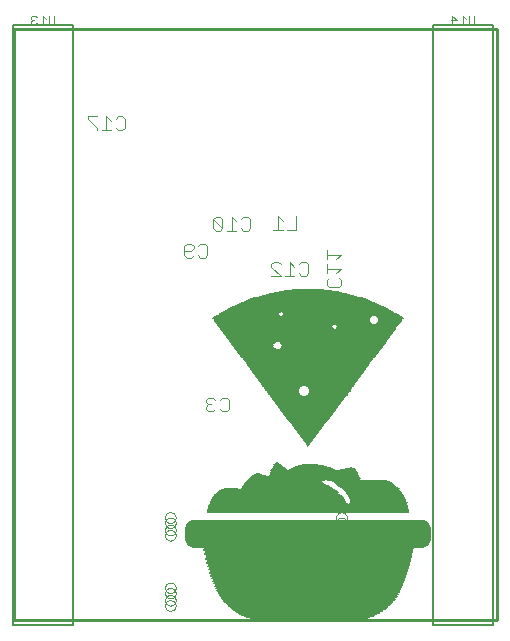
<source format=gbo>
G75*
%MOIN*%
%OFA0B0*%
%FSLAX24Y24*%
%IPPOS*%
%LPD*%
%AMOC8*
5,1,8,0,0,1.08239X$1,22.5*
%
%ADD10C,0.0100*%
%ADD11C,0.0050*%
%ADD12C,0.0040*%
%ADD13C,0.0000*%
%ADD14R,0.3640X0.0033*%
%ADD15R,0.3935X0.0033*%
%ADD16R,0.4165X0.0033*%
%ADD17R,0.4329X0.0033*%
%ADD18R,0.4493X0.0033*%
%ADD19R,0.4624X0.0033*%
%ADD20R,0.4723X0.0033*%
%ADD21R,0.4821X0.0033*%
%ADD22R,0.4919X0.0033*%
%ADD23R,0.5018X0.0033*%
%ADD24R,0.5116X0.0033*%
%ADD25R,0.5182X0.0033*%
%ADD26R,0.5247X0.0033*%
%ADD27R,0.5346X0.0033*%
%ADD28R,0.5378X0.0033*%
%ADD29R,0.5444X0.0033*%
%ADD30R,0.5510X0.0033*%
%ADD31R,0.5575X0.0033*%
%ADD32R,0.5608X0.0033*%
%ADD33R,0.5674X0.0033*%
%ADD34R,0.5706X0.0033*%
%ADD35R,0.5772X0.0033*%
%ADD36R,0.5805X0.0033*%
%ADD37R,0.5838X0.0033*%
%ADD38R,0.5903X0.0033*%
%ADD39R,0.5936X0.0033*%
%ADD40R,0.5969X0.0033*%
%ADD41R,0.6001X0.0033*%
%ADD42R,0.6034X0.0033*%
%ADD43R,0.6100X0.0033*%
%ADD44R,0.6133X0.0033*%
%ADD45R,0.6166X0.0033*%
%ADD46R,0.6198X0.0033*%
%ADD47R,0.6231X0.0033*%
%ADD48R,0.6264X0.0033*%
%ADD49R,0.6297X0.0033*%
%ADD50R,0.6329X0.0033*%
%ADD51R,0.6362X0.0033*%
%ADD52R,0.6395X0.0033*%
%ADD53R,0.6428X0.0033*%
%ADD54R,0.6461X0.0033*%
%ADD55R,0.6494X0.0033*%
%ADD56R,0.6526X0.0033*%
%ADD57R,0.6559X0.0033*%
%ADD58R,0.6592X0.0033*%
%ADD59R,0.6625X0.0033*%
%ADD60R,0.6657X0.0033*%
%ADD61R,0.6690X0.0033*%
%ADD62R,0.6723X0.0033*%
%ADD63R,0.6756X0.0033*%
%ADD64R,0.6789X0.0033*%
%ADD65R,0.6821X0.0033*%
%ADD66R,0.6854X0.0033*%
%ADD67R,0.6887X0.0033*%
%ADD68R,0.6920X0.0033*%
%ADD69R,0.6953X0.0033*%
%ADD70R,0.6985X0.0033*%
%ADD71R,0.7018X0.0033*%
%ADD72R,0.7707X0.0033*%
%ADD73R,0.7871X0.0033*%
%ADD74R,0.7969X0.0033*%
%ADD75R,0.8068X0.0033*%
%ADD76R,0.8133X0.0033*%
%ADD77R,0.8166X0.0033*%
%ADD78R,0.8199X0.0033*%
%ADD79R,0.8100X0.0033*%
%ADD80R,0.8002X0.0033*%
%ADD81R,0.7904X0.0033*%
%ADD82R,0.7772X0.0033*%
%ADD83R,0.6625X0.0033*%
%ADD84R,0.1935X0.0033*%
%ADD85R,0.1902X0.0033*%
%ADD86R,0.4559X0.0033*%
%ADD87R,0.1869X0.0033*%
%ADD88R,0.1837X0.0033*%
%ADD89R,0.4460X0.0033*%
%ADD90R,0.1869X0.0033*%
%ADD91R,0.4427X0.0033*%
%ADD92R,0.4395X0.0033*%
%ADD93R,0.1869X0.0033*%
%ADD94R,0.4329X0.0033*%
%ADD95R,0.1837X0.0033*%
%ADD96R,0.4263X0.0033*%
%ADD97R,0.4198X0.0033*%
%ADD98R,0.4099X0.0033*%
%ADD99R,0.4034X0.0033*%
%ADD100R,0.3968X0.0033*%
%ADD101R,0.3903X0.0033*%
%ADD102R,0.3771X0.0033*%
%ADD103R,0.1902X0.0033*%
%ADD104R,0.3083X0.0033*%
%ADD105R,0.0459X0.0033*%
%ADD106R,0.1935X0.0033*%
%ADD107R,0.2984X0.0033*%
%ADD108R,0.1935X0.0033*%
%ADD109R,0.2952X0.0033*%
%ADD110R,0.2853X0.0033*%
%ADD111R,0.2755X0.0033*%
%ADD112R,0.2689X0.0033*%
%ADD113R,0.2591X0.0033*%
%ADD114R,0.2558X0.0033*%
%ADD115R,0.2525X0.0033*%
%ADD116R,0.0623X0.0033*%
%ADD117R,0.1115X0.0033*%
%ADD118R,0.3739X0.0033*%
%ADD119R,0.3706X0.0033*%
%ADD120R,0.3673X0.0033*%
%ADD121R,0.3608X0.0033*%
%ADD122R,0.3017X0.0033*%
%ADD123R,0.0492X0.0033*%
%ADD124R,0.2952X0.0033*%
%ADD125R,0.0295X0.0033*%
%ADD126R,0.0131X0.0033*%
%ADD127R,0.2886X0.0033*%
%ADD128R,0.2853X0.0033*%
%ADD129R,0.0525X0.0033*%
%ADD130R,0.1541X0.0033*%
%ADD131R,0.0525X0.0033*%
%ADD132R,0.0361X0.0033*%
%ADD133R,0.1410X0.0033*%
%ADD134R,0.0066X0.0033*%
%ADD135R,0.1246X0.0033*%
%ADD136R,0.0426X0.0033*%
%ADD137R,0.1049X0.0033*%
%ADD138R,0.0361X0.0033*%
%ADD139R,0.0853X0.0033*%
%ADD140R,0.0262X0.0033*%
%ADD141R,0.0164X0.0033*%
%ADD142R,0.0098X0.0033*%
%ADD143R,0.0033X0.0033*%
%ADD144R,0.0164X0.0033*%
%ADD145R,0.0230X0.0033*%
%ADD146R,0.0295X0.0033*%
%ADD147R,0.0492X0.0033*%
%ADD148R,0.0558X0.0033*%
%ADD149R,0.0623X0.0033*%
%ADD150R,0.0689X0.0033*%
%ADD151R,0.0754X0.0033*%
%ADD152R,0.0820X0.0033*%
%ADD153R,0.0885X0.0033*%
%ADD154R,0.0918X0.0033*%
%ADD155R,0.0951X0.0033*%
%ADD156R,0.1017X0.0033*%
%ADD157R,0.1082X0.0033*%
%ADD158R,0.1148X0.0033*%
%ADD159R,0.1213X0.0033*%
%ADD160R,0.1279X0.0033*%
%ADD161R,0.1345X0.0033*%
%ADD162R,0.1476X0.0033*%
%ADD163R,0.1607X0.0033*%
%ADD164R,0.1673X0.0033*%
%ADD165R,0.1738X0.0033*%
%ADD166R,0.1804X0.0033*%
%ADD167R,0.2000X0.0033*%
%ADD168R,0.2033X0.0033*%
%ADD169R,0.2066X0.0033*%
%ADD170R,0.2132X0.0033*%
%ADD171R,0.2197X0.0033*%
%ADD172R,0.2230X0.0033*%
%ADD173R,0.2263X0.0033*%
%ADD174R,0.2328X0.0033*%
%ADD175R,0.2394X0.0033*%
%ADD176R,0.2427X0.0033*%
%ADD177R,0.2460X0.0033*%
%ADD178R,0.1377X0.0033*%
%ADD179R,0.1312X0.0033*%
%ADD180R,0.1049X0.0033*%
%ADD181R,0.1377X0.0033*%
%ADD182R,0.1082X0.0033*%
%ADD183R,0.1410X0.0033*%
%ADD184R,0.1181X0.0033*%
%ADD185R,0.1213X0.0033*%
%ADD186R,0.1574X0.0033*%
%ADD187R,0.1312X0.0033*%
%ADD188R,0.3050X0.0033*%
%ADD189R,0.3116X0.0033*%
%ADD190R,0.3148X0.0033*%
%ADD191R,0.3181X0.0033*%
%ADD192R,0.3247X0.0033*%
%ADD193R,0.3312X0.0033*%
%ADD194R,0.3345X0.0033*%
%ADD195R,0.3378X0.0033*%
%ADD196R,0.3444X0.0033*%
%ADD197R,0.3509X0.0033*%
%ADD198R,0.3542X0.0033*%
%ADD199R,0.3575X0.0033*%
%ADD200R,0.3837X0.0033*%
%ADD201R,0.3870X0.0033*%
%ADD202R,0.3935X0.0033*%
%ADD203R,0.4034X0.0033*%
%ADD204R,0.4067X0.0033*%
%ADD205R,0.4132X0.0033*%
%ADD206R,0.4231X0.0033*%
%ADD207R,0.4329X0.0033*%
%ADD208R,0.4362X0.0033*%
%ADD209R,0.4526X0.0033*%
%ADD210R,0.4657X0.0033*%
%ADD211R,0.4755X0.0033*%
%ADD212R,0.4854X0.0033*%
%ADD213R,0.3411X0.0033*%
%ADD214R,0.1377X0.0033*%
%ADD215R,0.3378X0.0033*%
%ADD216R,0.1345X0.0033*%
%ADD217R,0.3411X0.0033*%
%ADD218R,0.3444X0.0033*%
%ADD219R,0.1443X0.0033*%
%ADD220R,0.3542X0.0033*%
%ADD221R,0.1509X0.0033*%
%ADD222R,0.5247X0.0033*%
%ADD223R,0.5280X0.0033*%
%ADD224R,0.5378X0.0033*%
%ADD225R,0.5444X0.0033*%
%ADD226R,0.5477X0.0033*%
%ADD227R,0.5542X0.0033*%
%ADD228R,0.5575X0.0033*%
%ADD229R,0.5641X0.0033*%
%ADD230R,0.5739X0.0033*%
%ADD231R,0.5838X0.0033*%
%ADD232R,0.2033X0.0033*%
%ADD233R,0.3771X0.0033*%
%ADD234R,0.2001X0.0033*%
%ADD235R,0.3771X0.0033*%
%ADD236R,0.2033X0.0033*%
%ADD237R,0.3804X0.0033*%
%ADD238R,0.2099X0.0033*%
%ADD239R,0.6067X0.0033*%
%ADD240R,0.0787X0.0033*%
%ADD241R,0.5182X0.0033*%
%ADD242R,0.0787X0.0033*%
%ADD243R,0.5182X0.0033*%
%ADD244R,0.0820X0.0033*%
%ADD245R,0.5214X0.0033*%
%ADD246R,0.5247X0.0033*%
%ADD247R,0.3903X0.0033*%
%ADD248R,0.2132X0.0033*%
%ADD249R,0.3837X0.0033*%
%ADD250R,0.3739X0.0033*%
%ADD251R,0.1968X0.0033*%
%ADD252R,0.5411X0.0033*%
%ADD253R,0.5313X0.0033*%
%ADD254R,0.5050X0.0033*%
%ADD255R,0.4886X0.0033*%
%ADD256R,0.4296X0.0033*%
%ADD257R,0.4001X0.0033*%
%ADD258R,0.2788X0.0033*%
D10*
X004503Y002292D02*
X004503Y021967D01*
X020603Y021967D01*
X020603Y002292D01*
X004503Y002292D01*
D11*
X004495Y002116D02*
X006495Y002116D01*
X006495Y022116D01*
X004495Y022116D01*
X004495Y002116D01*
X018495Y002116D02*
X020495Y002116D01*
X020495Y022116D01*
X018495Y022116D01*
X018495Y002116D01*
D12*
X011602Y009237D02*
X011449Y009237D01*
X011372Y009314D01*
X011219Y009314D02*
X011142Y009237D01*
X010988Y009237D01*
X010912Y009314D01*
X010912Y009391D01*
X010988Y009467D01*
X011065Y009467D01*
X010988Y009467D02*
X010912Y009544D01*
X010912Y009621D01*
X010988Y009698D01*
X011142Y009698D01*
X011219Y009621D01*
X011372Y009621D02*
X011449Y009698D01*
X011602Y009698D01*
X011679Y009621D01*
X011679Y009314D01*
X011602Y009237D01*
X015025Y013381D02*
X014948Y013458D01*
X014948Y013611D01*
X015025Y013688D01*
X014948Y013841D02*
X014948Y014148D01*
X014948Y013995D02*
X015409Y013995D01*
X015255Y013841D01*
X015332Y013688D02*
X015409Y013611D01*
X015409Y013458D01*
X015332Y013381D01*
X015025Y013381D01*
X014319Y013834D02*
X014319Y014141D01*
X014243Y014218D01*
X014089Y014218D01*
X014012Y014141D01*
X013859Y014064D02*
X013705Y014218D01*
X013705Y013757D01*
X013552Y013757D02*
X013859Y013757D01*
X014012Y013834D02*
X014089Y013757D01*
X014243Y013757D01*
X014319Y013834D01*
X014948Y014302D02*
X014948Y014609D01*
X014948Y014455D02*
X015409Y014455D01*
X015255Y014302D01*
X013929Y015287D02*
X013622Y015287D01*
X013469Y015287D02*
X013162Y015287D01*
X013315Y015287D02*
X013315Y015748D01*
X013469Y015594D01*
X013929Y015748D02*
X013929Y015287D01*
X013322Y014218D02*
X013399Y014141D01*
X013322Y014218D02*
X013168Y014218D01*
X013092Y014141D01*
X013092Y014064D01*
X013399Y013757D01*
X013092Y013757D01*
X012306Y015262D02*
X012153Y015262D01*
X012076Y015339D01*
X011923Y015262D02*
X011616Y015262D01*
X011769Y015262D02*
X011769Y015723D01*
X011923Y015569D01*
X012076Y015646D02*
X012153Y015723D01*
X012306Y015723D01*
X012383Y015646D01*
X012383Y015339D01*
X012306Y015262D01*
X011462Y015339D02*
X011155Y015646D01*
X011155Y015339D01*
X011232Y015262D01*
X011386Y015262D01*
X011462Y015339D01*
X011462Y015646D01*
X011386Y015723D01*
X011232Y015723D01*
X011155Y015646D01*
X010881Y014823D02*
X010958Y014746D01*
X010958Y014439D01*
X010881Y014362D01*
X010728Y014362D01*
X010651Y014439D01*
X010498Y014439D02*
X010421Y014362D01*
X010268Y014362D01*
X010191Y014439D01*
X010191Y014746D01*
X010268Y014823D01*
X010421Y014823D01*
X010498Y014746D01*
X010498Y014669D01*
X010421Y014592D01*
X010191Y014592D01*
X010651Y014746D02*
X010728Y014823D01*
X010881Y014823D01*
X008131Y018612D02*
X007978Y018612D01*
X007901Y018689D01*
X007748Y018612D02*
X007441Y018612D01*
X007594Y018612D02*
X007594Y019073D01*
X007748Y018919D01*
X007901Y018996D02*
X007978Y019073D01*
X008131Y019073D01*
X008208Y018996D01*
X008208Y018689D01*
X008131Y018612D01*
X007287Y018612D02*
X007287Y018689D01*
X006980Y018996D01*
X006980Y019073D01*
X007287Y019073D01*
X005812Y022136D02*
X005719Y022136D01*
X005672Y022183D01*
X005672Y022416D01*
X005565Y022323D02*
X005471Y022416D01*
X005471Y022136D01*
X005378Y022136D02*
X005565Y022136D01*
X005812Y022136D02*
X005859Y022183D01*
X005859Y022416D01*
X005270Y022369D02*
X005223Y022416D01*
X005130Y022416D01*
X005083Y022369D01*
X005083Y022323D01*
X005130Y022276D01*
X005083Y022229D01*
X005083Y022183D01*
X005130Y022136D01*
X005223Y022136D01*
X005270Y022183D01*
X005176Y022276D02*
X005130Y022276D01*
X019083Y022276D02*
X019270Y022276D01*
X019130Y022416D01*
X019130Y022136D01*
X019378Y022136D02*
X019565Y022136D01*
X019471Y022136D02*
X019471Y022416D01*
X019565Y022323D01*
X019672Y022416D02*
X019672Y022183D01*
X019719Y022136D01*
X019812Y022136D01*
X019859Y022183D01*
X019859Y022416D01*
D13*
X015255Y005697D02*
X015257Y005723D01*
X015263Y005749D01*
X015273Y005774D01*
X015286Y005797D01*
X015302Y005817D01*
X015322Y005835D01*
X015344Y005850D01*
X015367Y005862D01*
X015393Y005870D01*
X015419Y005874D01*
X015445Y005874D01*
X015471Y005870D01*
X015497Y005862D01*
X015521Y005850D01*
X015542Y005835D01*
X015562Y005817D01*
X015578Y005797D01*
X015591Y005774D01*
X015601Y005749D01*
X015607Y005723D01*
X015609Y005697D01*
X015607Y005671D01*
X015601Y005645D01*
X015591Y005620D01*
X015578Y005597D01*
X015562Y005577D01*
X015542Y005559D01*
X015520Y005544D01*
X015497Y005532D01*
X015471Y005524D01*
X015445Y005520D01*
X015419Y005520D01*
X015393Y005524D01*
X015367Y005532D01*
X015343Y005544D01*
X015322Y005559D01*
X015302Y005577D01*
X015286Y005597D01*
X015273Y005620D01*
X015263Y005645D01*
X015257Y005671D01*
X015255Y005697D01*
X015255Y005520D02*
X015257Y005546D01*
X015263Y005572D01*
X015273Y005597D01*
X015286Y005620D01*
X015302Y005640D01*
X015322Y005658D01*
X015344Y005673D01*
X015367Y005685D01*
X015393Y005693D01*
X015419Y005697D01*
X015445Y005697D01*
X015471Y005693D01*
X015497Y005685D01*
X015521Y005673D01*
X015542Y005658D01*
X015562Y005640D01*
X015578Y005620D01*
X015591Y005597D01*
X015601Y005572D01*
X015607Y005546D01*
X015609Y005520D01*
X015607Y005494D01*
X015601Y005468D01*
X015591Y005443D01*
X015578Y005420D01*
X015562Y005400D01*
X015542Y005382D01*
X015520Y005367D01*
X015497Y005355D01*
X015471Y005347D01*
X015445Y005343D01*
X015419Y005343D01*
X015393Y005347D01*
X015367Y005355D01*
X015343Y005367D01*
X015322Y005382D01*
X015302Y005400D01*
X015286Y005420D01*
X015273Y005443D01*
X015263Y005468D01*
X015257Y005494D01*
X015255Y005520D01*
X015255Y005284D02*
X015257Y005310D01*
X015263Y005336D01*
X015273Y005361D01*
X015286Y005384D01*
X015302Y005404D01*
X015322Y005422D01*
X015344Y005437D01*
X015367Y005449D01*
X015393Y005457D01*
X015419Y005461D01*
X015445Y005461D01*
X015471Y005457D01*
X015497Y005449D01*
X015521Y005437D01*
X015542Y005422D01*
X015562Y005404D01*
X015578Y005384D01*
X015591Y005361D01*
X015601Y005336D01*
X015607Y005310D01*
X015609Y005284D01*
X015607Y005258D01*
X015601Y005232D01*
X015591Y005207D01*
X015578Y005184D01*
X015562Y005164D01*
X015542Y005146D01*
X015520Y005131D01*
X015497Y005119D01*
X015471Y005111D01*
X015445Y005107D01*
X015419Y005107D01*
X015393Y005111D01*
X015367Y005119D01*
X015343Y005131D01*
X015322Y005146D01*
X015302Y005164D01*
X015286Y005184D01*
X015273Y005207D01*
X015263Y005232D01*
X015257Y005258D01*
X015255Y005284D01*
X015255Y005107D02*
X015257Y005133D01*
X015263Y005159D01*
X015273Y005184D01*
X015286Y005207D01*
X015302Y005227D01*
X015322Y005245D01*
X015344Y005260D01*
X015367Y005272D01*
X015393Y005280D01*
X015419Y005284D01*
X015445Y005284D01*
X015471Y005280D01*
X015497Y005272D01*
X015521Y005260D01*
X015542Y005245D01*
X015562Y005227D01*
X015578Y005207D01*
X015591Y005184D01*
X015601Y005159D01*
X015607Y005133D01*
X015609Y005107D01*
X015607Y005081D01*
X015601Y005055D01*
X015591Y005030D01*
X015578Y005007D01*
X015562Y004987D01*
X015542Y004969D01*
X015520Y004954D01*
X015497Y004942D01*
X015471Y004934D01*
X015445Y004930D01*
X015419Y004930D01*
X015393Y004934D01*
X015367Y004942D01*
X015343Y004954D01*
X015322Y004969D01*
X015302Y004987D01*
X015286Y005007D01*
X015273Y005030D01*
X015263Y005055D01*
X015257Y005081D01*
X015255Y005107D01*
X015255Y003355D02*
X015257Y003381D01*
X015263Y003407D01*
X015273Y003432D01*
X015286Y003455D01*
X015302Y003475D01*
X015322Y003493D01*
X015344Y003508D01*
X015367Y003520D01*
X015393Y003528D01*
X015419Y003532D01*
X015445Y003532D01*
X015471Y003528D01*
X015497Y003520D01*
X015521Y003508D01*
X015542Y003493D01*
X015562Y003475D01*
X015578Y003455D01*
X015591Y003432D01*
X015601Y003407D01*
X015607Y003381D01*
X015609Y003355D01*
X015607Y003329D01*
X015601Y003303D01*
X015591Y003278D01*
X015578Y003255D01*
X015562Y003235D01*
X015542Y003217D01*
X015520Y003202D01*
X015497Y003190D01*
X015471Y003182D01*
X015445Y003178D01*
X015419Y003178D01*
X015393Y003182D01*
X015367Y003190D01*
X015343Y003202D01*
X015322Y003217D01*
X015302Y003235D01*
X015286Y003255D01*
X015273Y003278D01*
X015263Y003303D01*
X015257Y003329D01*
X015255Y003355D01*
X015255Y003178D02*
X015257Y003204D01*
X015263Y003230D01*
X015273Y003255D01*
X015286Y003278D01*
X015302Y003298D01*
X015322Y003316D01*
X015344Y003331D01*
X015367Y003343D01*
X015393Y003351D01*
X015419Y003355D01*
X015445Y003355D01*
X015471Y003351D01*
X015497Y003343D01*
X015521Y003331D01*
X015542Y003316D01*
X015562Y003298D01*
X015578Y003278D01*
X015591Y003255D01*
X015601Y003230D01*
X015607Y003204D01*
X015609Y003178D01*
X015607Y003152D01*
X015601Y003126D01*
X015591Y003101D01*
X015578Y003078D01*
X015562Y003058D01*
X015542Y003040D01*
X015520Y003025D01*
X015497Y003013D01*
X015471Y003005D01*
X015445Y003001D01*
X015419Y003001D01*
X015393Y003005D01*
X015367Y003013D01*
X015343Y003025D01*
X015322Y003040D01*
X015302Y003058D01*
X015286Y003078D01*
X015273Y003101D01*
X015263Y003126D01*
X015257Y003152D01*
X015255Y003178D01*
X015255Y002941D02*
X015257Y002967D01*
X015263Y002993D01*
X015273Y003018D01*
X015286Y003041D01*
X015302Y003061D01*
X015322Y003079D01*
X015344Y003094D01*
X015367Y003106D01*
X015393Y003114D01*
X015419Y003118D01*
X015445Y003118D01*
X015471Y003114D01*
X015497Y003106D01*
X015521Y003094D01*
X015542Y003079D01*
X015562Y003061D01*
X015578Y003041D01*
X015591Y003018D01*
X015601Y002993D01*
X015607Y002967D01*
X015609Y002941D01*
X015607Y002915D01*
X015601Y002889D01*
X015591Y002864D01*
X015578Y002841D01*
X015562Y002821D01*
X015542Y002803D01*
X015520Y002788D01*
X015497Y002776D01*
X015471Y002768D01*
X015445Y002764D01*
X015419Y002764D01*
X015393Y002768D01*
X015367Y002776D01*
X015343Y002788D01*
X015322Y002803D01*
X015302Y002821D01*
X015286Y002841D01*
X015273Y002864D01*
X015263Y002889D01*
X015257Y002915D01*
X015255Y002941D01*
X015255Y002764D02*
X015257Y002790D01*
X015263Y002816D01*
X015273Y002841D01*
X015286Y002864D01*
X015302Y002884D01*
X015322Y002902D01*
X015344Y002917D01*
X015367Y002929D01*
X015393Y002937D01*
X015419Y002941D01*
X015445Y002941D01*
X015471Y002937D01*
X015497Y002929D01*
X015521Y002917D01*
X015542Y002902D01*
X015562Y002884D01*
X015578Y002864D01*
X015591Y002841D01*
X015601Y002816D01*
X015607Y002790D01*
X015609Y002764D01*
X015607Y002738D01*
X015601Y002712D01*
X015591Y002687D01*
X015578Y002664D01*
X015562Y002644D01*
X015542Y002626D01*
X015520Y002611D01*
X015497Y002599D01*
X015471Y002591D01*
X015445Y002587D01*
X015419Y002587D01*
X015393Y002591D01*
X015367Y002599D01*
X015343Y002611D01*
X015322Y002626D01*
X015302Y002644D01*
X015286Y002664D01*
X015273Y002687D01*
X015263Y002712D01*
X015257Y002738D01*
X015255Y002764D01*
X009547Y002764D02*
X009549Y002790D01*
X009555Y002816D01*
X009565Y002841D01*
X009578Y002864D01*
X009594Y002884D01*
X009614Y002902D01*
X009636Y002917D01*
X009659Y002929D01*
X009685Y002937D01*
X009711Y002941D01*
X009737Y002941D01*
X009763Y002937D01*
X009789Y002929D01*
X009813Y002917D01*
X009834Y002902D01*
X009854Y002884D01*
X009870Y002864D01*
X009883Y002841D01*
X009893Y002816D01*
X009899Y002790D01*
X009901Y002764D01*
X009899Y002738D01*
X009893Y002712D01*
X009883Y002687D01*
X009870Y002664D01*
X009854Y002644D01*
X009834Y002626D01*
X009812Y002611D01*
X009789Y002599D01*
X009763Y002591D01*
X009737Y002587D01*
X009711Y002587D01*
X009685Y002591D01*
X009659Y002599D01*
X009635Y002611D01*
X009614Y002626D01*
X009594Y002644D01*
X009578Y002664D01*
X009565Y002687D01*
X009555Y002712D01*
X009549Y002738D01*
X009547Y002764D01*
X009547Y002941D02*
X009549Y002967D01*
X009555Y002993D01*
X009565Y003018D01*
X009578Y003041D01*
X009594Y003061D01*
X009614Y003079D01*
X009636Y003094D01*
X009659Y003106D01*
X009685Y003114D01*
X009711Y003118D01*
X009737Y003118D01*
X009763Y003114D01*
X009789Y003106D01*
X009813Y003094D01*
X009834Y003079D01*
X009854Y003061D01*
X009870Y003041D01*
X009883Y003018D01*
X009893Y002993D01*
X009899Y002967D01*
X009901Y002941D01*
X009899Y002915D01*
X009893Y002889D01*
X009883Y002864D01*
X009870Y002841D01*
X009854Y002821D01*
X009834Y002803D01*
X009812Y002788D01*
X009789Y002776D01*
X009763Y002768D01*
X009737Y002764D01*
X009711Y002764D01*
X009685Y002768D01*
X009659Y002776D01*
X009635Y002788D01*
X009614Y002803D01*
X009594Y002821D01*
X009578Y002841D01*
X009565Y002864D01*
X009555Y002889D01*
X009549Y002915D01*
X009547Y002941D01*
X009547Y003178D02*
X009549Y003204D01*
X009555Y003230D01*
X009565Y003255D01*
X009578Y003278D01*
X009594Y003298D01*
X009614Y003316D01*
X009636Y003331D01*
X009659Y003343D01*
X009685Y003351D01*
X009711Y003355D01*
X009737Y003355D01*
X009763Y003351D01*
X009789Y003343D01*
X009813Y003331D01*
X009834Y003316D01*
X009854Y003298D01*
X009870Y003278D01*
X009883Y003255D01*
X009893Y003230D01*
X009899Y003204D01*
X009901Y003178D01*
X009899Y003152D01*
X009893Y003126D01*
X009883Y003101D01*
X009870Y003078D01*
X009854Y003058D01*
X009834Y003040D01*
X009812Y003025D01*
X009789Y003013D01*
X009763Y003005D01*
X009737Y003001D01*
X009711Y003001D01*
X009685Y003005D01*
X009659Y003013D01*
X009635Y003025D01*
X009614Y003040D01*
X009594Y003058D01*
X009578Y003078D01*
X009565Y003101D01*
X009555Y003126D01*
X009549Y003152D01*
X009547Y003178D01*
X009547Y003355D02*
X009549Y003381D01*
X009555Y003407D01*
X009565Y003432D01*
X009578Y003455D01*
X009594Y003475D01*
X009614Y003493D01*
X009636Y003508D01*
X009659Y003520D01*
X009685Y003528D01*
X009711Y003532D01*
X009737Y003532D01*
X009763Y003528D01*
X009789Y003520D01*
X009813Y003508D01*
X009834Y003493D01*
X009854Y003475D01*
X009870Y003455D01*
X009883Y003432D01*
X009893Y003407D01*
X009899Y003381D01*
X009901Y003355D01*
X009899Y003329D01*
X009893Y003303D01*
X009883Y003278D01*
X009870Y003255D01*
X009854Y003235D01*
X009834Y003217D01*
X009812Y003202D01*
X009789Y003190D01*
X009763Y003182D01*
X009737Y003178D01*
X009711Y003178D01*
X009685Y003182D01*
X009659Y003190D01*
X009635Y003202D01*
X009614Y003217D01*
X009594Y003235D01*
X009578Y003255D01*
X009565Y003278D01*
X009555Y003303D01*
X009549Y003329D01*
X009547Y003355D01*
X009547Y005107D02*
X009549Y005133D01*
X009555Y005159D01*
X009565Y005184D01*
X009578Y005207D01*
X009594Y005227D01*
X009614Y005245D01*
X009636Y005260D01*
X009659Y005272D01*
X009685Y005280D01*
X009711Y005284D01*
X009737Y005284D01*
X009763Y005280D01*
X009789Y005272D01*
X009813Y005260D01*
X009834Y005245D01*
X009854Y005227D01*
X009870Y005207D01*
X009883Y005184D01*
X009893Y005159D01*
X009899Y005133D01*
X009901Y005107D01*
X009899Y005081D01*
X009893Y005055D01*
X009883Y005030D01*
X009870Y005007D01*
X009854Y004987D01*
X009834Y004969D01*
X009812Y004954D01*
X009789Y004942D01*
X009763Y004934D01*
X009737Y004930D01*
X009711Y004930D01*
X009685Y004934D01*
X009659Y004942D01*
X009635Y004954D01*
X009614Y004969D01*
X009594Y004987D01*
X009578Y005007D01*
X009565Y005030D01*
X009555Y005055D01*
X009549Y005081D01*
X009547Y005107D01*
X009547Y005284D02*
X009549Y005310D01*
X009555Y005336D01*
X009565Y005361D01*
X009578Y005384D01*
X009594Y005404D01*
X009614Y005422D01*
X009636Y005437D01*
X009659Y005449D01*
X009685Y005457D01*
X009711Y005461D01*
X009737Y005461D01*
X009763Y005457D01*
X009789Y005449D01*
X009813Y005437D01*
X009834Y005422D01*
X009854Y005404D01*
X009870Y005384D01*
X009883Y005361D01*
X009893Y005336D01*
X009899Y005310D01*
X009901Y005284D01*
X009899Y005258D01*
X009893Y005232D01*
X009883Y005207D01*
X009870Y005184D01*
X009854Y005164D01*
X009834Y005146D01*
X009812Y005131D01*
X009789Y005119D01*
X009763Y005111D01*
X009737Y005107D01*
X009711Y005107D01*
X009685Y005111D01*
X009659Y005119D01*
X009635Y005131D01*
X009614Y005146D01*
X009594Y005164D01*
X009578Y005184D01*
X009565Y005207D01*
X009555Y005232D01*
X009549Y005258D01*
X009547Y005284D01*
X009547Y005520D02*
X009549Y005546D01*
X009555Y005572D01*
X009565Y005597D01*
X009578Y005620D01*
X009594Y005640D01*
X009614Y005658D01*
X009636Y005673D01*
X009659Y005685D01*
X009685Y005693D01*
X009711Y005697D01*
X009737Y005697D01*
X009763Y005693D01*
X009789Y005685D01*
X009813Y005673D01*
X009834Y005658D01*
X009854Y005640D01*
X009870Y005620D01*
X009883Y005597D01*
X009893Y005572D01*
X009899Y005546D01*
X009901Y005520D01*
X009899Y005494D01*
X009893Y005468D01*
X009883Y005443D01*
X009870Y005420D01*
X009854Y005400D01*
X009834Y005382D01*
X009812Y005367D01*
X009789Y005355D01*
X009763Y005347D01*
X009737Y005343D01*
X009711Y005343D01*
X009685Y005347D01*
X009659Y005355D01*
X009635Y005367D01*
X009614Y005382D01*
X009594Y005400D01*
X009578Y005420D01*
X009565Y005443D01*
X009555Y005468D01*
X009549Y005494D01*
X009547Y005520D01*
X009547Y005697D02*
X009549Y005723D01*
X009555Y005749D01*
X009565Y005774D01*
X009578Y005797D01*
X009594Y005817D01*
X009614Y005835D01*
X009636Y005850D01*
X009659Y005862D01*
X009685Y005870D01*
X009711Y005874D01*
X009737Y005874D01*
X009763Y005870D01*
X009789Y005862D01*
X009813Y005850D01*
X009834Y005835D01*
X009854Y005817D01*
X009870Y005797D01*
X009883Y005774D01*
X009893Y005749D01*
X009899Y005723D01*
X009901Y005697D01*
X009899Y005671D01*
X009893Y005645D01*
X009883Y005620D01*
X009870Y005597D01*
X009854Y005577D01*
X009834Y005559D01*
X009812Y005544D01*
X009789Y005532D01*
X009763Y005524D01*
X009737Y005520D01*
X009711Y005520D01*
X009685Y005524D01*
X009659Y005532D01*
X009635Y005544D01*
X009614Y005559D01*
X009594Y005577D01*
X009578Y005597D01*
X009565Y005620D01*
X009555Y005645D01*
X009549Y005671D01*
X009547Y005697D01*
D14*
X014329Y002275D03*
X014329Y010474D03*
X014329Y012999D03*
D15*
X014345Y002308D03*
D16*
X014329Y002341D03*
X014329Y010835D03*
X014329Y012901D03*
D17*
X014345Y002373D03*
D18*
X014329Y002406D03*
X013312Y006243D03*
X014329Y012835D03*
D19*
X014329Y012802D03*
X014329Y011130D03*
X013345Y006145D03*
X014329Y002439D03*
D20*
X014345Y002472D03*
X014312Y011195D03*
D21*
X014329Y011261D03*
X014329Y002505D03*
D22*
X014345Y002537D03*
D23*
X014329Y002570D03*
D24*
X014345Y002603D03*
D25*
X014345Y002636D03*
X013853Y012146D03*
D26*
X014345Y002669D03*
D27*
X014329Y002701D03*
X014329Y011622D03*
D28*
X014345Y002734D03*
D29*
X014345Y002767D03*
D30*
X014345Y002800D03*
D31*
X014345Y002833D03*
D32*
X014329Y002865D03*
D33*
X014329Y002898D03*
X014329Y011851D03*
X014329Y012540D03*
D34*
X014345Y002931D03*
D35*
X014345Y002964D03*
X014312Y011917D03*
D36*
X014329Y002997D03*
D37*
X014345Y003029D03*
D38*
X014345Y003062D03*
D39*
X014329Y003095D03*
D40*
X014345Y003128D03*
D41*
X014329Y003161D03*
D42*
X014345Y003193D03*
D43*
X014345Y003226D03*
D44*
X014329Y003259D03*
D45*
X014345Y003292D03*
D46*
X014329Y003325D03*
D47*
X014345Y003357D03*
D48*
X014329Y003390D03*
D49*
X014345Y003423D03*
X014345Y003456D03*
D50*
X014329Y003488D03*
D51*
X014345Y003521D03*
D52*
X014329Y003554D03*
D53*
X014345Y003587D03*
X014345Y003620D03*
D54*
X014329Y003652D03*
D55*
X014345Y003685D03*
D56*
X014329Y003718D03*
X014329Y003751D03*
D57*
X014345Y003784D03*
D58*
X014329Y003816D03*
X014329Y003849D03*
D59*
X014345Y003882D03*
X014345Y003915D03*
D60*
X014329Y003948D03*
X014329Y006047D03*
X014329Y006079D03*
D61*
X014312Y006014D03*
X014312Y005981D03*
X014345Y004013D03*
X014345Y003980D03*
D62*
X014329Y004046D03*
X014329Y005850D03*
X014329Y005883D03*
X014329Y005915D03*
X014329Y005948D03*
D63*
X014345Y004112D03*
X014345Y004079D03*
D64*
X014329Y004144D03*
X014329Y004177D03*
D65*
X014345Y004210D03*
X014345Y004243D03*
D66*
X014329Y004276D03*
X014329Y004308D03*
D67*
X014345Y004341D03*
X014345Y004374D03*
X014345Y004407D03*
D68*
X014329Y004440D03*
X014329Y004472D03*
D69*
X014345Y004505D03*
X014345Y004538D03*
D70*
X014329Y004571D03*
X014329Y004604D03*
D71*
X014345Y004636D03*
D72*
X014329Y004669D03*
D73*
X014312Y004702D03*
D74*
X014329Y004735D03*
D75*
X014312Y004767D03*
X014312Y004800D03*
X014312Y005489D03*
D76*
X014312Y005423D03*
X014312Y004833D03*
D77*
X014329Y004866D03*
X014329Y005391D03*
D78*
X014312Y005358D03*
X014312Y005325D03*
X014312Y005292D03*
X014312Y005259D03*
X014312Y005227D03*
X014312Y005194D03*
X014312Y005161D03*
X014312Y005128D03*
X014312Y005095D03*
X014312Y005063D03*
X014312Y005030D03*
X014312Y004997D03*
X014312Y004964D03*
X014312Y004931D03*
X014312Y004899D03*
D79*
X014329Y005456D03*
D80*
X014312Y005522D03*
D81*
X014329Y005555D03*
D82*
X014329Y005587D03*
D83*
X014312Y006112D03*
D84*
X016231Y006768D03*
X016264Y006735D03*
X016657Y006145D03*
X014329Y009326D03*
D85*
X016674Y006178D03*
D86*
X013312Y006178D03*
X013312Y006210D03*
X014329Y011097D03*
D87*
X014329Y009293D03*
X016493Y006538D03*
X016657Y006243D03*
X016657Y006210D03*
D88*
X016641Y006276D03*
X014312Y009260D03*
D89*
X014312Y011031D03*
X013328Y006276D03*
D90*
X016624Y006309D03*
X016624Y006342D03*
D91*
X013312Y006309D03*
X014329Y010999D03*
D92*
X013328Y006342D03*
D93*
X016428Y006604D03*
X016460Y006571D03*
X016526Y006506D03*
X016526Y006473D03*
X016559Y006440D03*
X016592Y006374D03*
D94*
X013328Y006374D03*
D95*
X016575Y006407D03*
D96*
X013328Y006407D03*
X014312Y010900D03*
D97*
X013296Y006440D03*
D98*
X013279Y006473D03*
D99*
X013312Y006506D03*
D100*
X013312Y006538D03*
X014329Y010703D03*
D101*
X013312Y006571D03*
D102*
X013312Y006604D03*
X014329Y010572D03*
X015378Y012474D03*
D103*
X015985Y006899D03*
X016411Y006637D03*
D104*
X013624Y006637D03*
D105*
X011754Y006637D03*
D106*
X016132Y006834D03*
X016165Y006801D03*
X016362Y006670D03*
D107*
X013607Y006670D03*
D108*
X016067Y006866D03*
X016296Y006702D03*
D109*
X013591Y006702D03*
D110*
X013574Y006735D03*
D111*
X013558Y006768D03*
D112*
X013525Y006801D03*
D113*
X013509Y006834D03*
X013574Y006932D03*
X014329Y013163D03*
D114*
X013525Y006866D03*
D115*
X013542Y006899D03*
X014329Y009720D03*
D116*
X016493Y006932D03*
D117*
X015526Y006932D03*
X013460Y009916D03*
X013460Y009949D03*
D118*
X014312Y010539D03*
X014181Y006965D03*
D119*
X014198Y006998D03*
X014329Y010507D03*
D120*
X014214Y007030D03*
D121*
X014214Y007063D03*
D122*
X014509Y007096D03*
D123*
X013345Y007326D03*
X012689Y007096D03*
D124*
X014509Y007129D03*
X014509Y007162D03*
X014509Y007194D03*
D125*
X013312Y007424D03*
X012656Y007129D03*
D126*
X012640Y007162D03*
D127*
X014509Y007227D03*
D128*
X014493Y007260D03*
D129*
X014378Y007457D03*
X015657Y007293D03*
D130*
X014460Y007293D03*
X014329Y009064D03*
D131*
X013361Y007293D03*
D132*
X015706Y007326D03*
D133*
X014460Y007326D03*
X014329Y008965D03*
D134*
X015755Y007358D03*
D135*
X014444Y007358D03*
D136*
X014329Y008309D03*
X013345Y007358D03*
D137*
X014411Y007391D03*
X013492Y009851D03*
D138*
X014329Y008277D03*
X014329Y008244D03*
X013312Y007391D03*
D139*
X014411Y007424D03*
X017067Y012310D03*
X017002Y012376D03*
D140*
X013296Y007457D03*
D141*
X013279Y007490D03*
D142*
X013279Y007522D03*
X014329Y008080D03*
D143*
X014329Y008047D03*
D144*
X014329Y008113D03*
X014329Y008145D03*
D145*
X014329Y008178D03*
D146*
X014329Y008211D03*
D147*
X014329Y008342D03*
D148*
X014329Y008375D03*
X014329Y008408D03*
D149*
X014329Y008441D03*
D150*
X014329Y008473D03*
D151*
X014329Y008506D03*
X014329Y008539D03*
D152*
X014329Y008572D03*
D153*
X014329Y008605D03*
X017051Y012343D03*
D154*
X014312Y008637D03*
D155*
X014329Y008670D03*
D156*
X014329Y008703D03*
D157*
X014329Y008736D03*
X014329Y008769D03*
X013574Y009752D03*
X014329Y013294D03*
D158*
X014329Y008801D03*
D159*
X014329Y008834D03*
D160*
X014329Y008867D03*
X014329Y008900D03*
D161*
X014329Y008932D03*
X014985Y009818D03*
X015017Y009851D03*
X012525Y011359D03*
D162*
X015050Y010015D03*
X015050Y009982D03*
X014329Y009031D03*
X014329Y008998D03*
D163*
X014329Y009096D03*
X014329Y013261D03*
D164*
X014329Y009162D03*
X014329Y009129D03*
D165*
X014329Y009195D03*
D166*
X014329Y009228D03*
D167*
X014329Y009359D03*
D168*
X014312Y009392D03*
X012345Y012442D03*
D169*
X014329Y009424D03*
D170*
X014329Y009457D03*
D171*
X014329Y009490D03*
D172*
X014312Y009523D03*
D173*
X014329Y009556D03*
X014329Y013196D03*
D174*
X014329Y009588D03*
D175*
X014329Y009621D03*
D176*
X014312Y009654D03*
D177*
X014329Y009687D03*
D178*
X014935Y009752D03*
D179*
X014968Y009785D03*
D180*
X013525Y009785D03*
X013525Y009818D03*
D181*
X015034Y009884D03*
X015034Y009916D03*
X012476Y011425D03*
D182*
X013476Y009884D03*
D183*
X015050Y009949D03*
X012459Y011458D03*
D184*
X013460Y009982D03*
D185*
X013443Y010015D03*
D186*
X015034Y010048D03*
D187*
X013460Y010048D03*
D188*
X014329Y010080D03*
X014329Y013097D03*
D189*
X014329Y010113D03*
D190*
X014312Y010146D03*
D191*
X014329Y010179D03*
D192*
X014329Y010212D03*
X014329Y013065D03*
D193*
X014329Y010244D03*
D194*
X014312Y010277D03*
D195*
X014329Y010310D03*
D196*
X014329Y010343D03*
X014329Y013032D03*
D197*
X015149Y011491D03*
X014329Y010375D03*
D198*
X014312Y010408D03*
D199*
X014329Y010441D03*
D200*
X014329Y010605D03*
X014329Y012966D03*
D201*
X013230Y012081D03*
X014312Y010638D03*
D202*
X014312Y010671D03*
D203*
X014329Y010736D03*
D204*
X014312Y010769D03*
D205*
X014312Y010802D03*
D206*
X014329Y010867D03*
D207*
X014312Y010933D03*
D208*
X014329Y010966D03*
D209*
X014312Y011064D03*
D210*
X014312Y011163D03*
D211*
X014329Y011228D03*
X014329Y012770D03*
D212*
X014312Y011294D03*
D213*
X015067Y011327D03*
X015099Y011359D03*
D214*
X012541Y011327D03*
D215*
X015116Y011392D03*
D216*
X012492Y011392D03*
D217*
X015132Y011425D03*
D218*
X015149Y011458D03*
D219*
X012476Y011491D03*
D220*
X015132Y011523D03*
D221*
X012476Y011523D03*
D222*
X013788Y012343D03*
X014312Y011556D03*
D223*
X014329Y011589D03*
D224*
X014312Y011655D03*
D225*
X014312Y011687D03*
D226*
X014329Y011720D03*
D227*
X014329Y011753D03*
X014329Y012573D03*
D228*
X014312Y011786D03*
D229*
X014312Y011818D03*
D230*
X014329Y011884D03*
D231*
X014312Y011950D03*
D232*
X016247Y011982D03*
D233*
X013279Y011982D03*
D234*
X012361Y012474D03*
X016264Y012015D03*
D235*
X013246Y012015D03*
D236*
X016280Y012048D03*
D237*
X013230Y012048D03*
D238*
X016280Y012081D03*
D239*
X014329Y012114D03*
D240*
X016969Y012146D03*
X017002Y012179D03*
D241*
X014312Y012671D03*
X013820Y012179D03*
D242*
X017034Y012212D03*
D243*
X013788Y012212D03*
X013788Y012245D03*
D244*
X017051Y012245D03*
X017051Y012278D03*
D245*
X013771Y012278D03*
D246*
X013755Y012310D03*
X013820Y012376D03*
D247*
X015411Y012409D03*
D248*
X012328Y012409D03*
D249*
X015411Y012442D03*
D250*
X015329Y012507D03*
D251*
X014345Y013229D03*
X012410Y012507D03*
D252*
X014329Y012606D03*
D253*
X014312Y012638D03*
D254*
X014312Y012704D03*
D255*
X014329Y012737D03*
D256*
X014329Y012868D03*
D257*
X014312Y012934D03*
D258*
X014329Y013130D03*
M02*

</source>
